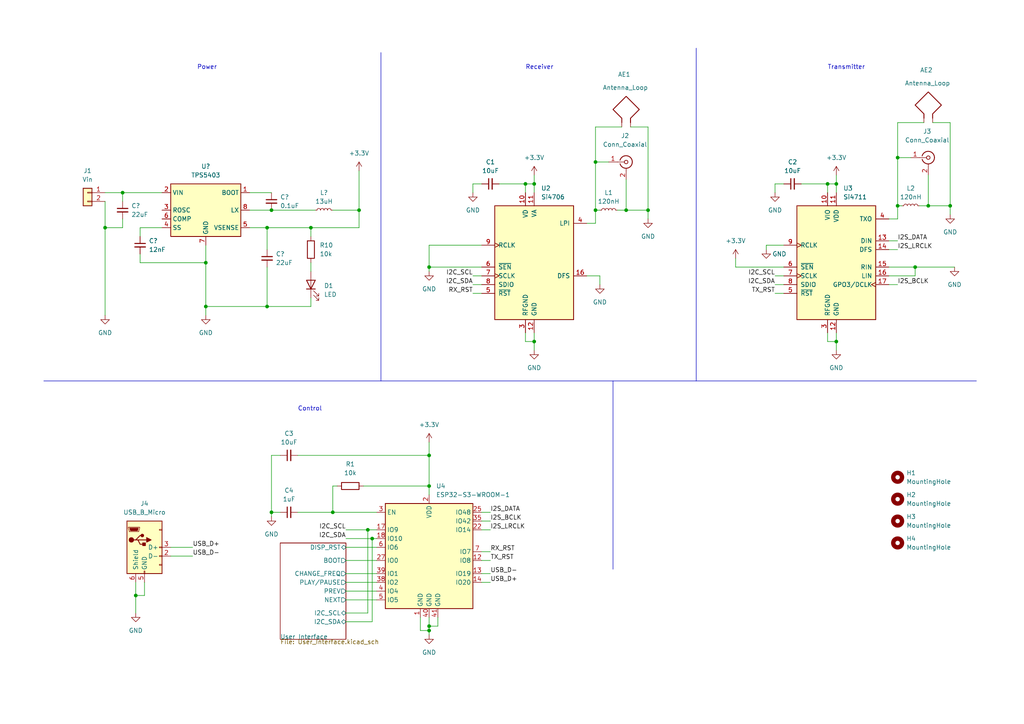
<source format=kicad_sch>
(kicad_sch (version 20230121) (generator eeschema)
  (paper "A4")
  (title_block (title "Phone Audio FM Transmitter") (date "2023-03-04") (rev "2") (company "Team 18"))
  (lib_symbols
    (symbol "Connector:Conn_Coaxial" (pin_names (offset 1.016) hide)
      (property "Reference" "J" (at 0.254 3.048 0))
      (property "Value" "Conn_Coaxial" (at 2.921 0 90))
      (symbol "Conn_Coaxial_0_1"
        (arc (start -1.778 -0.508) (mid 0.2311 -1.8066) (end 1.778 0) (stroke (width 0.254)))
        (polyline (pts (xy -2.54 0) (xy -0.508 0)))
        (polyline (pts (xy 0 -2.54) (xy 0 -1.778)))
        (circle (center 0 0) (radius 0.508) (stroke (width 0.2032)))
        (arc (start 1.778 0) (mid 0.2099 1.8101) (end -1.778 0.508) (stroke (width 0.254)))
      )
      (symbol "Conn_Coaxial_1_1"
        (pin passive line (at -5.08 0 0) (length 2.54) (name "In") (number "1"))
        (pin passive line (at 0 -5.08 90) (length 2.54) (name "Ext") (number "2"))
      )
    )
    (symbol "Connector:USB_B_Micro" (pin_names (offset 1.016))
      (property "Reference" "J4" (at 0 12.7 0))
      (property "Value" "USB_B_Micro" (at 0 10.16 0))
      (symbol "USB_B_Micro_0_1"
        (rectangle (start -5.08 -7.62) (end 5.08 7.62) (stroke (width 0.254)) (fill (type background)))
        (circle (center -3.81 2.159) (radius 0.635) (stroke (width 0.254)) (fill (type outline)))
        (circle (center -0.635 3.429) (radius 0.381) (stroke (width 0.254)) (fill (type outline)))
        (rectangle (start -0.127 -7.62) (end 0.127 -6.858))
        (polyline (pts (xy -1.905 2.159) (xy 0.635 2.159)) (stroke (width 0.254)))
        (polyline (pts (xy -3.175 2.159) (xy -2.54 2.159) (xy -1.27 3.429) (xy -0.635 3.429)) (stroke (width 0.254)))
        (polyline (pts (xy -2.54 2.159) (xy -1.905 2.159) (xy -1.27 0.889) (xy 0 0.889)) (stroke (width 0.254)))
        (polyline (pts (xy 0.635 2.794) (xy 0.635 1.524) (xy 1.905 2.159) (xy 0.635 2.794)) (stroke (width 0.254)) (fill (type outline)))
        (polyline (pts (xy -4.318 5.588) (xy -1.778 5.588) (xy -2.032 4.826) (xy -4.064 4.826) (xy -4.318 5.588)) (fill (type outline)))
        (polyline (pts (xy -4.699 5.842) (xy -4.699 5.588) (xy -4.445 4.826) (xy -4.445 4.572) (xy -1.651 4.572) (xy -1.651 4.826) (xy -1.397 5.588) (xy -1.397 5.842) (xy -4.699 5.842)))
        (rectangle (start 0.254 1.27) (end -0.508 0.508) (stroke (width 0.254)) (fill (type outline)))
        (rectangle (start 5.08 -5.207) (end 4.318 -4.953))
        (rectangle (start 5.08 -2.667) (end 4.318 -2.413))
        (rectangle (start 5.08 -0.127) (end 4.318 0.127))
        (rectangle (start 5.08 4.953) (end 4.318 5.207))
      )
      (symbol "USB_B_Micro_1_1"
        (pin no_connect line (at 7.62 5.08 180) (length 2.54) hide (name "VBUS") (number "1"))
        (pin bidirectional line (at 7.62 -2.54 180) (length 2.54) (name "D-") (number "2"))
        (pin bidirectional line (at 7.62 0 180) (length 2.54) (name "D+") (number "3"))
        (pin no_connect line (at 7.62 -5.08 180) (length 2.54) hide (name "ID") (number "4"))
        (pin power_out line (at 0 -10.16 90) (length 2.54) (name "GND") (number "5"))
        (pin passive line (at -2.54 -10.16 90) (length 2.54) (name "Shield") (number "6"))
      )
    )
    (symbol "Connector_Generic:Conn_01x02" (pin_names (offset 1.016) hide)
      (property "Reference" "J1" (at 0 6.35 0))
      (property "Value" "Vin" (at 0 3.81 0))
      (symbol "Conn_01x02_1_1"
        (rectangle (start -1.27 -2.413) (end 0 -2.667) (stroke (width 0.1524)))
        (rectangle (start -1.27 0.127) (end 0 -0.127) (stroke (width 0.1524)))
        (rectangle (start -1.27 1.27) (end 1.27 -3.81) (stroke (width 0.254)) (fill (type background)))
        (pin power_out line (at -5.08 0 0) (length 3.81) (name "Pin_1") (number "1"))
        (pin passive line (at -5.08 -2.54 0) (length 3.81) (name "Pin_2") (number "2"))
      )
    )
    (symbol "Device:Antenna_Loop" (pin_numbers hide) (pin_names (offset 1.016) hide)
      (property "Reference" "AE" (at 1.27 6.35 0))
      (property "Value" "Antenna_Loop" (at 1.27 5.08 0))
      (symbol "Antenna_Loop_0_1"
        (polyline (pts (xy 2.54 -3.81) (xy 2.54 -2.54) (xy 5.08 0) (xy 1.27 3.81) (xy -2.54 0) (xy 0 -2.54) (xy 0 -3.81)) (stroke (width 0.254)))
      )
      (symbol "Antenna_Loop_1_1"
        (pin input line (at 0 -5.08 90) (length 2.54) (name "~") (number "1"))
        (pin input line (at 2.54 -5.08 90) (length 2.54) (name "~") (number "2"))
      )
    )
    (symbol "Device:C_Small" (pin_numbers hide) (pin_names (offset 0.254) hide)
      (property "Reference" "C" (at 0.254 1.778 0))
      (property "Value" "C_Small" (at 0.254 -2.032 0))
      (symbol "C_Small_0_1"
        (polyline (pts (xy -1.524 -0.508) (xy 1.524 -0.508)) (stroke (width 0.3302)))
        (polyline (pts (xy -1.524 0.508) (xy 1.524 0.508)) (stroke (width 0.3048)))
      )
      (symbol "C_Small_1_1"
        (pin passive line (at 0 2.54 270) (length 2.032) (name "~") (number "1"))
        (pin passive line (at 0 -2.54 90) (length 2.032) (name "~") (number "2"))
      )
    )
    (symbol "Device:LED" (pin_numbers hide) (pin_names (offset 1.016) hide)
      (property "Reference" "D" (at 0 2.54 0))
      (property "Value" "LED" (at 0 -2.54 0))
      (symbol "LED_0_1"
        (polyline (pts (xy -1.27 -1.27) (xy -1.27 1.27)) (stroke (width 0.254)))
        (polyline (pts (xy -1.27 0) (xy 1.27 0)))
        (polyline (pts (xy 1.27 -1.27) (xy 1.27 1.27) (xy -1.27 0) (xy 1.27 -1.27)) (stroke (width 0.254)))
        (polyline (pts (xy -3.048 -0.762) (xy -4.572 -2.286) (xy -3.81 -2.286) (xy -4.572 -2.286) (xy -4.572 -1.524)))
        (polyline (pts (xy -1.778 -0.762) (xy -3.302 -2.286) (xy -2.54 -2.286) (xy -3.302 -2.286) (xy -3.302 -1.524)))
      )
      (symbol "LED_1_1"
        (pin passive line (at -3.81 0 0) (length 2.54) (name "K") (number "1"))
        (pin passive line (at 3.81 0 180) (length 2.54) (name "A") (number "2"))
      )
    )
    (symbol "Device:L_Small" (pin_numbers hide) (pin_names (offset 0.254) hide)
      (property "Reference" "L" (at 0.762 1.016 0))
      (property "Value" "L_Small" (at 0.762 -1.016 0))
      (symbol "L_Small_0_1"
        (arc (start 0 -2.032) (mid 0.5058 -1.524) (end 0 -1.016))
        (arc (start 0 -1.016) (mid 0.5058 -0.508) (end 0 0))
        (arc (start 0 0) (mid 0.5058 0.508) (end 0 1.016))
        (arc (start 0 1.016) (mid 0.5058 1.524) (end 0 2.032))
      )
      (symbol "L_Small_1_1"
        (pin passive line (at 0 2.54 270) (length 0.508) (name "~") (number "1"))
        (pin passive line (at 0 -2.54 90) (length 0.508) (name "~") (number "2"))
      )
    )
    (symbol "Device:R" (pin_numbers hide) (pin_names (offset 0))
      (property "Reference" "R" (at 2.032 0 90))
      (property "Value" "R" (at 0 0 90))
      (symbol "R_0_1"
        (rectangle (start -1.016 -2.54) (end 1.016 2.54) (stroke (width 0.254)))
      )
      (symbol "R_1_1"
        (pin passive line (at 0 3.81 270) (length 1.27) (name "~") (number "1"))
        (pin passive line (at 0 -3.81 90) (length 1.27) (name "~") (number "2"))
      )
    )
    (symbol "Mechanical:MountingHole" (pin_names (offset 1.016))
      (property "Reference" "H" (at 0 5.08 0))
      (property "Value" "MountingHole" (at 0 3.175 0))
      (symbol "MountingHole_0_1"
        (circle (center 0 0) (radius 1.27) (stroke (width 1.27)))
      )
    )
    (symbol "RF_AM_FM:Si4731-D60-GU" (pin_names (offset 1.016))
      (property "Reference" "U2" (at 2.0194 21.59 0))
      (property "Value" "Si4706" (at 2.0194 19.05 0))
      (symbol "Si4731-D60-GU_0_1"
        (rectangle (start 11.43 16.51) (end -11.43 -16.51) (stroke (width 0.254)) (fill (type background)))
      )
      (symbol "Si4731-D60-GU_1_1"
        (pin no_connect line (at 15.24 5.08 180) (length 3.81) hide (name "NC") (number "1"))
        (pin power_in line (at -2.54 20.32 270) (length 3.81) (name "VD") (number "10"))
        (pin power_in line (at 0 20.32 270) (length 3.81) (name "VA") (number "11"))
        (pin power_in line (at 0 -20.32 90) (length 3.81) (name "GND") (number "12"))
        (pin no_connect line (at 15.24 12.7 180) (length 3.81) hide (name "ROUT") (number "13"))
        (pin no_connect line (at 15.24 10.16 180) (length 3.81) hide (name "LOUT") (number "14"))
        (pin no_connect line (at 15.24 -1.27 180) (length 3.81) hide (name "DOUT") (number "15"))
        (pin input line (at 15.24 -3.81 180) (length 3.81) (name "DFS") (number "16"))
        (pin no_connect clock (at 15.24 -6.35 180) (length 3.81) hide (name "GPO3/DCLK") (number "17"))
        (pin no_connect line (at 15.24 -8.89 180) (length 3.81) hide (name "GPO2/~{INT}") (number "18"))
        (pin no_connect clock (at 15.24 -11.43 180) (length 3.81) hide (name "GPO1") (number "19"))
        (pin no_connect line (at -15.24 12.7 0) (length 3.81) hide (name "FMI") (number "2"))
        (pin no_connect line (at 15.24 2.54 180) (length 3.81) hide (name "NC") (number "20"))
        (pin power_in line (at -2.54 -20.32 90) (length 3.81) (name "RFGND") (number "3"))
        (pin input line (at 15.24 11.43 180) (length 3.81) (name "LPI") (number "4"))
        (pin input line (at -15.24 -8.89 0) (length 3.81) (name "~{RST}") (number "5"))
        (pin input line (at -15.24 -1.27 0) (length 3.81) (name "~{SEN}") (number "6"))
        (pin input clock (at -15.24 -3.81 0) (length 3.81) (name "SCLK") (number "7"))
        (pin bidirectional line (at -15.24 -6.35 0) (length 3.81) (name "SDIO") (number "8"))
        (pin input clock (at -15.24 5.08 0) (length 3.81) (name "RCLK") (number "9"))
      )
    )
    (symbol "RF_Module:ESP32-WROOM-32"
      (property "Reference" "U4" (at 2.0194 38.1 0))
      (property "Value" "ESP32-S3-WROOM-1" (at 2.0194 35.56 0))
      (symbol "ESP32-WROOM-32_0_1"
        (rectangle (start -12.7 33.02) (end 12.7 2.54) (stroke (width 0.254)) (fill (type background)))
      )
      (symbol "ESP32-WROOM-32_1_1"
        (pin power_in line (at -2.54 0 90) (length 2.54) (name "GND") (number "1"))
        (pin no_connect line (at 38.1 1.27 180) (length 2.54) hide (name "IO17") (number "10"))
        (pin no_connect line (at 38.1 -1.27 180) (length 2.54) hide (name "IO18") (number "11"))
        (pin bidirectional line (at 15.24 16.51 180) (length 2.54) (name "IO8") (number "12"))
        (pin bidirectional line (at 15.24 12.7 180) (length 2.54) (name "IO19") (number "13"))
        (pin bidirectional line (at 15.24 10.16 180) (length 2.54) (name "IO20") (number "14"))
        (pin no_connect line (at 38.1 -13.97 180) (length 2.54) hide (name "IO3") (number "15"))
        (pin no_connect line (at 38.1 -3.81 180) (length 2.54) hide (name "IO46") (number "16"))
        (pin bidirectional line (at -15.24 25.4 0) (length 2.54) (name "IO9") (number "17"))
        (pin bidirectional line (at -15.24 22.86 0) (length 2.54) (name "IO10") (number "18"))
        (pin no_connect line (at -33.02 -15.24 0) (length 2.54) hide (name "IO11") (number "19"))
        (pin power_in line (at 0 35.56 270) (length 2.54) (name "VDD") (number "2"))
        (pin no_connect line (at -33.02 -12.7 0) (length 2.54) hide (name "IO12") (number "20"))
        (pin no_connect line (at -33.02 -10.16 0) (length 2.54) hide (name "IO13") (number "21"))
        (pin bidirectional line (at 15.24 25.4 180) (length 2.54) (name "IO14") (number "22"))
        (pin no_connect line (at 38.1 -6.35 180) (length 2.54) hide (name "IO21") (number "23"))
        (pin no_connect line (at 38.1 26.67 180) (length 2.54) hide (name "IO47") (number "24"))
        (pin bidirectional line (at 15.24 30.48 180) (length 2.54) (name "IO48") (number "25"))
        (pin no_connect line (at 38.1 21.59 180) (length 2.54) hide (name "IO45") (number "26"))
        (pin bidirectional line (at -15.24 16.51 0) (length 2.54) (name "IO0") (number "27"))
        (pin no_connect line (at 38.1 16.51 180) (length 2.54) hide (name "IO35") (number "28"))
        (pin no_connect line (at 38.1 19.05 180) (length 2.54) hide (name "IO36") (number "29"))
        (pin input line (at -15.24 30.48 0) (length 2.54) (name "EN") (number "3"))
        (pin no_connect line (at 38.1 13.97 180) (length 2.54) hide (name "IO37") (number "30"))
        (pin no_connect line (at 38.1 11.43 180) (length 2.54) hide (name "IO38") (number "31"))
        (pin no_connect line (at -33.02 -17.78 0) (length 2.54) hide (name "IO39") (number "32"))
        (pin no_connect line (at 38.1 8.89 180) (length 2.54) hide (name "IO40") (number "33"))
        (pin no_connect line (at 38.1 24.13 180) (length 2.54) hide (name "IO41") (number "34"))
        (pin bidirectional line (at 15.24 27.94 180) (length 2.54) (name "IO42") (number "35"))
        (pin no_connect line (at 38.1 6.35 180) (length 2.54) hide (name "RXD0") (number "36"))
        (pin no_connect line (at 38.1 3.81 180) (length 2.54) hide (name "TXD0") (number "37"))
        (pin bidirectional line (at -15.24 10.16 0) (length 2.54) (name "IO2") (number "38"))
        (pin bidirectional line (at -15.24 12.7 0) (length 2.54) (name "IO1") (number "39"))
        (pin bidirectional line (at -15.24 7.62 0) (length 2.54) (name "IO4") (number "4"))
        (pin power_in line (at 0 0 90) (length 2.54) (name "GND") (number "40"))
        (pin power_in line (at 2.54 0 90) (length 2.54) (name "GND") (number "41"))
        (pin bidirectional line (at -15.24 5.08 0) (length 2.54) (name "IO5") (number "5"))
        (pin bidirectional line (at -15.24 20.32 0) (length 2.54) (name "IO6") (number "6"))
        (pin bidirectional line (at 15.24 19.05 180) (length 2.54) (name "IO7") (number "7"))
        (pin no_connect line (at 38.1 -8.89 180) (length 2.54) hide (name "IO15") (number "8"))
        (pin no_connect line (at 38.1 -11.43 180) (length 2.54) hide (name "IO16") (number "9"))
      )
    )
    (symbol "Regulator_Switching:TPS5403"
      (property "Reference" "U" (at 0 11.43 0))
      (property "Value" "TPS5403" (at 0 8.89 0))
      (symbol "TPS5403_1_1"
        (rectangle (start -10.16 7.62) (end 10.16 -7.62) (stroke (width 0.254)) (fill (type background)))
        (pin passive line (at 12.7 5.08 180) (length 2.54) (name "BOOT") (number "1"))
        (pin power_in line (at -12.7 5.08 0) (length 2.54) (name "VIN") (number "2"))
        (pin passive line (at -12.7 0 0) (length 2.54) (name "ROSC") (number "3"))
        (pin passive line (at -12.7 -5.08 0) (length 2.54) (name "SS") (number "4"))
        (pin input line (at 12.7 -5.08 180) (length 2.54) (name "VSENSE") (number "5"))
        (pin passive line (at -12.7 -2.54 0) (length 2.54) (name "COMP") (number "6"))
        (pin power_in line (at 0 -10.16 90) (length 2.54) (name "GND") (number "7"))
        (pin output line (at 12.7 0 180) (length 2.54) (name "LX") (number "8"))
      )
    )
    (symbol "Si4731-D60-GU_1" (pin_names (offset 1.016))
      (property "Reference" "U3" (at 2.0194 21.59 0))
      (property "Value" "Si4711" (at 2.0194 19.05 0))
      (symbol "Si4731-D60-GU_1_0_1"
        (rectangle (start 11.43 16.51) (end -11.43 -16.51) (stroke (width 0.254)) (fill (type background)))
      )
      (symbol "Si4731-D60-GU_1_1_1"
        (pin no_connect line (at 15.24 5.08 180) (length 3.81) hide (name "NC") (number "1"))
        (pin power_in line (at -2.54 20.32 270) (length 3.81) (name "VIO") (number "10"))
        (pin power_in line (at 0 20.32 270) (length 3.81) (name "VDD") (number "11"))
        (pin power_in line (at 0 -20.32 90) (length 3.81) (name "GND") (number "12"))
        (pin input line (at 15.24 6.35 180) (length 3.81) (name "DIN") (number "13"))
        (pin input line (at 15.24 3.81 180) (length 3.81) (name "DFS") (number "14"))
        (pin input line (at 15.24 -1.27 180) (length 3.81) (name "RIN") (number "15"))
        (pin input line (at 15.24 -3.81 180) (length 3.81) (name "LIN") (number "16"))
        (pin bidirectional clock (at 15.24 -6.35 180) (length 3.81) (name "GPO3/DCLK") (number "17"))
        (pin no_connect line (at 15.24 -8.89 180) (length 3.81) hide (name "GPO2/~{INT}") (number "18"))
        (pin no_connect clock (at 15.24 -11.43 180) (length 3.81) hide (name "GPO1") (number "19"))
        (pin no_connect line (at -15.24 12.7 0) (length 3.81) hide (name "NC") (number "2"))
        (pin no_connect line (at 15.24 2.54 180) (length 3.81) hide (name "NC") (number "20"))
        (pin power_in line (at -2.54 -20.32 90) (length 3.81) (name "RFGND") (number "3"))
        (pin output line (at 15.24 12.7 180) (length 3.81) (name "TXO") (number "4"))
        (pin input line (at -15.24 -8.89 0) (length 3.81) (name "~{RST}") (number "5"))
        (pin input line (at -15.24 -1.27 0) (length 3.81) (name "~{SEN}") (number "6"))
        (pin input clock (at -15.24 -3.81 0) (length 3.81) (name "SCLK") (number "7"))
        (pin bidirectional line (at -15.24 -6.35 0) (length 3.81) (name "SDIO") (number "8"))
        (pin input clock (at -15.24 5.08 0) (length 3.81) (name "RCLK") (number "9"))
      )
    )
    (symbol "power:+3.3V" (power) (pin_names (offset 0))
      (property "Value" "+3.3V" (at 0 3.556 0))
      (symbol "+3.3V_0_1"
        (polyline (pts (xy -0.762 1.27) (xy 0 2.54)))
        (polyline (pts (xy 0 0) (xy 0 2.54)))
        (polyline (pts (xy 0 2.54) (xy 0.762 1.27)))
      )
      (symbol "+3.3V_1_1"
        (pin power_in line (at 0 0 90) (length 0) hide (name "+3.3V") (number "1"))
      )
    )
    (symbol "power:GND" (power) (pin_names (offset 0))
      (property "Value" "GND" (at 0 -3.81 0))
      (symbol "GND_0_1"
        (polyline (pts (xy 0 0) (xy 0 -1.27) (xy 1.27 -1.27) (xy 0 -2.54) (xy -1.27 -1.27) (xy 0 -1.27)))
      )
      (symbol "GND_1_1"
        (pin power_in line (at 0 0 270) (length 0) hide (name "GND") (number "1"))
      )
    )
  )
  (junction (at 77.47 88.9))
  (junction (at 240.03 53.34))
  (junction (at 154.94 99.06))
  (junction (at 154.94 53.34))
  (junction (at 181.61 60.96))
  (junction (at 152.4 53.34))
  (junction (at 59.69 88.9))
  (junction (at 124.46 77.47))
  (junction (at 78.74 60.96))
  (junction (at 265.43 77.47))
  (junction (at 124.46 132.08))
  (junction (at 172.72 46.99))
  (junction (at 242.57 53.34))
  (junction (at 39.37 172.72))
  (junction (at 275.59 59.69))
  (junction (at 124.46 182.88))
  (junction (at 107.95 156.21))
  (junction (at 172.72 60.96))
  (junction (at 187.96 60.96))
  (junction (at 35.56 55.88))
  (junction (at 96.52 148.59))
  (junction (at 77.47 66.04))
  (junction (at 30.48 66.04))
  (junction (at 90.17 66.04))
  (junction (at 260.35 45.72))
  (junction (at 106.68 153.67))
  (junction (at 242.57 99.06))
  (junction (at 124.46 140.97))
  (junction (at 124.46 181.61))
  (junction (at 260.35 59.69))
  (junction (at 269.24 59.69))
  (junction (at 78.74 148.59))
  (junction (at 59.69 76.2))
  (junction (at 104.14 60.96))
  (wire (pts (xy 270.51 35.56) (xy 275.59 35.56)))
  (wire (pts (xy 154.94 50.8) (xy 154.94 53.34)))
  (wire (pts (xy 137.16 53.34) (xy 139.7 53.34)))
  (wire (pts (xy 127 181.61) (xy 124.46 181.61)))
  (wire (pts (xy 240.03 96.52) (xy 240.03 99.06)))
  (wire (pts (xy 59.69 88.9) (xy 59.69 91.44)))
  (wire (pts (xy 260.35 59.69) (xy 260.35 63.5)))
  (wire (pts (xy 40.64 66.04) (xy 40.64 68.58)))
  (wire (pts (xy 41.91 168.91) (xy 41.91 172.72)))
  (wire (pts (xy 275.59 59.69) (xy 275.59 62.23)))
  (polyline (pts (xy 12.7 110.49) (xy 283.21 110.49)))
  (wire (pts (xy 179.07 60.96) (xy 181.61 60.96)))
  (wire (pts (xy 139.7 160.02) (xy 142.24 160.02)))
  (wire (pts (xy 180.34 36.83) (xy 172.72 36.83)))
  (wire (pts (xy 106.68 153.67) (xy 109.22 153.67)))
  (wire (pts (xy 41.91 172.72) (xy 39.37 172.72)))
  (wire (pts (xy 257.81 69.85) (xy 260.35 69.85)))
  (wire (pts (xy 257.81 77.47) (xy 265.43 77.47)))
  (wire (pts (xy 124.46 140.97) (xy 124.46 143.51)))
  (wire (pts (xy 100.33 166.37) (xy 109.22 166.37)))
  (wire (pts (xy 78.74 132.08) (xy 78.74 148.59)))
  (wire (pts (xy 100.33 171.45) (xy 109.22 171.45)))
  (wire (pts (xy 124.46 78.74) (xy 124.46 77.47)))
  (wire (pts (xy 124.46 182.88) (xy 124.46 184.15)))
  (wire (pts (xy 35.56 66.04) (xy 30.48 66.04)))
  (wire (pts (xy 90.17 66.04) (xy 90.17 68.58)))
  (wire (pts (xy 181.61 60.96) (xy 187.96 60.96)))
  (wire (pts (xy 124.46 181.61) (xy 124.46 182.88)))
  (wire (pts (xy 77.47 66.04) (xy 90.17 66.04)))
  (wire (pts (xy 176.53 46.99) (xy 172.72 46.99)))
  (wire (pts (xy 242.57 96.52) (xy 242.57 99.06)))
  (wire (pts (xy 222.25 71.12) (xy 222.25 72.39)))
  (wire (pts (xy 275.59 35.56) (xy 275.59 59.69)))
  (wire (pts (xy 172.72 36.83) (xy 172.72 46.99)))
  (wire (pts (xy 227.33 71.12) (xy 222.25 71.12)))
  (wire (pts (xy 266.7 59.69) (xy 269.24 59.69)))
  (wire (pts (xy 139.7 162.56) (xy 142.24 162.56)))
  (wire (pts (xy 213.36 74.93) (xy 213.36 77.47)))
  (wire (pts (xy 124.46 179.07) (xy 124.46 181.61)))
  (polyline (pts (xy 110.49 15.24) (xy 110.49 110.49)))
  (wire (pts (xy 264.16 45.72) (xy 260.35 45.72)))
  (wire (pts (xy 257.81 80.01) (xy 265.43 80.01)))
  (wire (pts (xy 78.74 132.08) (xy 81.28 132.08)))
  (wire (pts (xy 59.69 76.2) (xy 59.69 88.9)))
  (wire (pts (xy 257.81 63.5) (xy 260.35 63.5)))
  (wire (pts (xy 40.64 76.2) (xy 59.69 76.2)))
  (wire (pts (xy 224.79 85.09) (xy 227.33 85.09)))
  (wire (pts (xy 40.64 73.66) (xy 40.64 76.2)))
  (wire (pts (xy 224.79 82.55) (xy 227.33 82.55)))
  (wire (pts (xy 104.14 49.53) (xy 104.14 60.96)))
  (wire (pts (xy 260.35 35.56) (xy 260.35 45.72)))
  (wire (pts (xy 172.72 60.96) (xy 172.72 64.77)))
  (wire (pts (xy 100.33 153.67) (xy 106.68 153.67)))
  (wire (pts (xy 78.74 60.96) (xy 91.44 60.96)))
  (wire (pts (xy 106.68 177.8) (xy 106.68 153.67)))
  (wire (pts (xy 139.7 153.67) (xy 142.24 153.67)))
  (wire (pts (xy 232.41 53.34) (xy 240.03 53.34)))
  (wire (pts (xy 86.36 148.59) (xy 96.52 148.59)))
  (wire (pts (xy 224.79 80.01) (xy 227.33 80.01)))
  (wire (pts (xy 100.33 162.56) (xy 109.22 162.56)))
  (wire (pts (xy 144.78 53.34) (xy 152.4 53.34)))
  (wire (pts (xy 35.56 55.88) (xy 35.56 58.42)))
  (wire (pts (xy 265.43 77.47) (xy 276.86 77.47)))
  (wire (pts (xy 100.33 177.8) (xy 106.68 177.8)))
  (wire (pts (xy 72.39 60.96) (xy 78.74 60.96)))
  (wire (pts (xy 35.56 63.5) (xy 35.56 66.04)))
  (wire (pts (xy 59.69 88.9) (xy 77.47 88.9)))
  (wire (pts (xy 265.43 80.01) (xy 265.43 77.47)))
  (wire (pts (xy 96.52 148.59) (xy 109.22 148.59)))
  (wire (pts (xy 137.16 82.55) (xy 139.7 82.55)))
  (wire (pts (xy 124.46 132.08) (xy 124.46 140.97)))
  (wire (pts (xy 137.16 80.01) (xy 139.7 80.01)))
  (wire (pts (xy 72.39 66.04) (xy 77.47 66.04)))
  (wire (pts (xy 100.33 180.34) (xy 107.95 180.34)))
  (wire (pts (xy 121.92 182.88) (xy 124.46 182.88)))
  (wire (pts (xy 170.18 80.01) (xy 173.99 80.01)))
  (wire (pts (xy 154.94 99.06) (xy 154.94 101.6)))
  (wire (pts (xy 152.4 55.88) (xy 152.4 53.34)))
  (wire (pts (xy 213.36 77.47) (xy 227.33 77.47)))
  (wire (pts (xy 137.16 85.09) (xy 139.7 85.09)))
  (wire (pts (xy 269.24 59.69) (xy 275.59 59.69)))
  (wire (pts (xy 30.48 55.88) (xy 35.56 55.88)))
  (wire (pts (xy 107.95 156.21) (xy 109.22 156.21)))
  (wire (pts (xy 72.39 55.88) (xy 78.74 55.88)))
  (wire (pts (xy 100.33 156.21) (xy 107.95 156.21)))
  (wire (pts (xy 182.88 36.83) (xy 187.96 36.83)))
  (wire (pts (xy 172.72 46.99) (xy 172.72 60.96)))
  (wire (pts (xy 124.46 71.12) (xy 124.46 77.47)))
  (wire (pts (xy 100.33 173.99) (xy 109.22 173.99)))
  (wire (pts (xy 257.81 72.39) (xy 260.35 72.39)))
  (wire (pts (xy 260.35 45.72) (xy 260.35 59.69)))
  (wire (pts (xy 173.99 60.96) (xy 172.72 60.96)))
  (wire (pts (xy 104.14 60.96) (xy 104.14 66.04)))
  (wire (pts (xy 152.4 53.34) (xy 154.94 53.34)))
  (wire (pts (xy 152.4 99.06) (xy 154.94 99.06)))
  (wire (pts (xy 139.7 71.12) (xy 124.46 71.12)))
  (wire (pts (xy 139.7 148.59) (xy 142.24 148.59)))
  (wire (pts (xy 261.62 59.69) (xy 260.35 59.69)))
  (wire (pts (xy 242.57 50.8) (xy 242.57 53.34)))
  (wire (pts (xy 90.17 76.2) (xy 90.17 78.74)))
  (wire (pts (xy 39.37 168.91) (xy 39.37 172.72)))
  (wire (pts (xy 107.95 180.34) (xy 107.95 156.21)))
  (wire (pts (xy 240.03 53.34) (xy 242.57 53.34)))
  (wire (pts (xy 224.79 55.88) (xy 224.79 53.34)))
  (wire (pts (xy 152.4 96.52) (xy 152.4 99.06)))
  (wire (pts (xy 127 179.07) (xy 127 181.61)))
  (wire (pts (xy 39.37 172.72) (xy 39.37 177.8)))
  (wire (pts (xy 100.33 168.91) (xy 109.22 168.91)))
  (wire (pts (xy 105.41 140.97) (xy 124.46 140.97)))
  (wire (pts (xy 173.99 80.01) (xy 173.99 82.55)))
  (wire (pts (xy 139.7 151.13) (xy 142.24 151.13)))
  (wire (pts (xy 121.92 179.07) (xy 121.92 182.88)))
  (wire (pts (xy 90.17 66.04) (xy 104.14 66.04)))
  (wire (pts (xy 49.53 161.29) (xy 55.88 161.29)))
  (wire (pts (xy 137.16 55.88) (xy 137.16 53.34)))
  (wire (pts (xy 96.52 140.97) (xy 97.79 140.97)))
  (wire (pts (xy 124.46 77.47) (xy 139.7 77.47)))
  (wire (pts (xy 170.18 64.77) (xy 172.72 64.77)))
  (wire (pts (xy 269.24 50.8) (xy 269.24 59.69)))
  (wire (pts (xy 181.61 52.07) (xy 181.61 60.96)))
  (wire (pts (xy 267.97 35.56) (xy 260.35 35.56)))
  (wire (pts (xy 96.52 148.59) (xy 96.52 140.97)))
  (wire (pts (xy 49.53 158.75) (xy 55.88 158.75)))
  (wire (pts (xy 187.96 36.83) (xy 187.96 60.96)))
  (wire (pts (xy 124.46 128.27) (xy 124.46 132.08)))
  (wire (pts (xy 30.48 58.42) (xy 30.48 66.04)))
  (wire (pts (xy 77.47 66.04) (xy 77.47 72.39)))
  (wire (pts (xy 96.52 60.96) (xy 104.14 60.96)))
  (wire (pts (xy 154.94 96.52) (xy 154.94 99.06)))
  (wire (pts (xy 187.96 60.96) (xy 187.96 63.5)))
  (wire (pts (xy 240.03 99.06) (xy 242.57 99.06)))
  (polyline (pts (xy 177.8 110.49) (xy 177.8 165.1)))
  (wire (pts (xy 242.57 53.34) (xy 242.57 55.88)))
  (wire (pts (xy 224.79 53.34) (xy 227.33 53.34)))
  (wire (pts (xy 77.47 88.9) (xy 90.17 88.9)))
  (wire (pts (xy 78.74 149.86) (xy 78.74 148.59)))
  (wire (pts (xy 139.7 168.91) (xy 142.24 168.91)))
  (wire (pts (xy 77.47 77.47) (xy 77.47 88.9)))
  (wire (pts (xy 139.7 166.37) (xy 142.24 166.37)))
  (wire (pts (xy 35.56 55.88) (xy 46.99 55.88)))
  (wire (pts (xy 100.33 158.75) (xy 109.22 158.75)))
  (wire (pts (xy 242.57 99.06) (xy 242.57 101.6)))
  (wire (pts (xy 78.74 148.59) (xy 81.28 148.59)))
  (wire (pts (xy 154.94 53.34) (xy 154.94 55.88)))
  (wire (pts (xy 46.99 66.04) (xy 40.64 66.04)))
  (wire (pts (xy 90.17 86.36) (xy 90.17 88.9)))
  (wire (pts (xy 240.03 55.88) (xy 240.03 53.34)))
  (wire (pts (xy 59.69 71.12) (xy 59.69 76.2)))
  (polyline (pts (xy 201.93 13.97) (xy 201.93 110.49)))
  (wire (pts (xy 257.81 82.55) (xy 260.35 82.55)))
  (wire (pts (xy 86.36 132.08) (xy 124.46 132.08)))
  (wire (pts (xy 30.48 66.04) (xy 30.48 91.44)))
  (text "Control" (at 86.36 119.38 0) (effects (font (size 1.27 1.27)) (justify left bottom)))
  (text "Transmitter" (at 240.03 20.32 0) (effects (font (size 1.27 1.27)) (justify left bottom)))
  (text "Power" (at 57.15 20.32 0) (effects (font (size 1.27 1.27)) (justify left bottom)))
  (text "Receiver" (at 152.4 20.32 0) (effects (font (size 1.27 1.27)) (justify left bottom)))
  (label "USB_D-" (at 55.88 161.29 0))
  (label "I2C_SDA" (at 100.33 156.21 180))
  (label "I2S_BCLK" (at 260.35 82.55 0))
  (label "I2S_LRCLK" (at 142.24 153.67 0))
  (label "I2C_SCL" (at 224.79 80.01 180))
  (label "TX_RST" (at 142.24 162.56 0))
  (label "RX_RST" (at 137.16 85.09 180))
  (label "I2C_SDA" (at 224.79 82.55 180))
  (label "I2S_DATA" (at 260.35 69.85 0))
  (label "I2S_BCLK" (at 142.24 151.13 0))
  (label "TX_RST" (at 224.79 85.09 180))
  (label "I2S_DATA" (at 142.24 148.59 0))
  (label "I2C_SDA" (at 137.16 82.55 180))
  (label "I2C_SCL" (at 137.16 80.01 180))
  (label "RX_RST" (at 142.24 160.02 0))
  (label "I2S_LRCLK" (at 260.35 72.39 0))
  (label "USB_D-" (at 142.24 166.37 0))
  (label "I2C_SCL" (at 100.33 153.67 180))
  (label "USB_D+" (at 55.88 158.75 0))
  (label "USB_D+" (at 142.24 168.91 0))
  (symbol (lib_id "Regulator_Switching:TPS5403") (at 59.69 60.96 0) (unit 1)
    (property "Reference" "U?" (at 59.69 48.26 0))
    (property "Value" "TPS5403" (at 59.69 50.8 0))
    (property "Footprint" "Package_SO:SOIC-8_3.9x4.9mm_P1.27mm" (effects hide))
    (property "Datasheet" "https://www.ti.com/lit/ds/symlink/tps5403.pdf" (effects hide))
  )
  (symbol (lib_id "Device:LED") (at 90.17 82.55 90) (unit 1)
    (property "Reference" "D1" (at 93.98 82.8674 90) (effects (justify right)))
    (property "Value" "LED" (at 93.98 85.4074 90) (effects (justify right)))
    (property "Footprint" "LED_SMD:LED_0805_2012Metric_Pad1.15x1.40mm_HandSolder" (effects hide))
  )
  (symbol (lib_id "Mechanical:MountingHole") (at 260.35 151.13 0) (unit 1)
    (property "Reference" "H3" (at 262.89 149.8599 0) (effects (justify left)))
    (property "Value" "MountingHole" (at 262.89 152.3999 0) (effects (justify left)))
    (property "Footprint" "MountingHole:MountingHole_3.2mm_M3" (effects hide))
  )
  (symbol (lib_id "power:GND") (at 30.48 91.44 0) (unit 1)
    (property "Reference" "#PWR0105" (effects hide))
    (property "Value" "GND" (at 30.48 96.52 0))
  )
  (symbol (lib_id "Mechanical:MountingHole") (at 260.35 144.78 0) (unit 1)
    (property "Reference" "H2" (at 262.89 143.5099 0) (effects (justify left)))
    (property "Value" "MountingHole" (at 262.89 146.0499 0) (effects (justify left)))
    (property "Footprint" "MountingHole:MountingHole_3.2mm_M3" (effects hide))
  )
  (symbol (lib_id "Device:R") (at 101.6 140.97 90) (unit 1)
    (property "Reference" "R1" (at 101.6 134.62 90))
    (property "Value" "10k" (at 101.6 137.16 90))
    (property "Footprint" "Resistor_SMD:R_0805_2012Metric_Pad1.20x1.40mm_HandSolder" (effects hide))
  )
  (symbol (lib_id "Mechanical:MountingHole") (at 260.35 138.43 0) (unit 1)
    (property "Reference" "H1" (at 262.89 137.1599 0) (effects (justify left)))
    (property "Value" "MountingHole" (at 262.89 139.6999 0) (effects (justify left)))
    (property "Footprint" "MountingHole:MountingHole_3.2mm_M3" (effects hide))
  )
  (symbol (lib_id "power:GND") (at 224.79 55.88 0) (unit 1)
    (property "Reference" "#PWR0108" (effects hide))
    (property "Value" "GND" (at 224.79 60.96 0))
  )
  (symbol (lib_id "power:GND") (at 275.59 62.23 0) (mirror y) (unit 1)
    (property "Reference" "#PWR02" (effects hide))
    (property "Value" "GND" (at 275.59 67.31 0))
  )
  (symbol (lib_id "power:+3.3V") (at 213.36 74.93 0) (unit 1)
    (property "Reference" "#PWR0111" (effects hide))
    (property "Value" "+3.3V" (at 213.36 69.85 0))
  )
  (symbol (lib_id "power:GND") (at 154.94 101.6 0) (unit 1)
    (property "Reference" "#PWR0101" (effects hide))
    (property "Value" "GND" (at 154.94 106.68 0))
  )
  (symbol (lib_id "Connector_Generic:Conn_01x02") (at 25.4 55.88 0) (mirror y) (unit 1)
    (property "Reference" "J1" (at 25.4 49.53 0))
    (property "Value" "Vin" (at 25.4 52.07 0))
    (property "Footprint" "Connector_Molex:Molex_KK-254_AE-6410-02A_1x02_P2.54mm_Vertical" (effects hide))
  )
  (symbol (lib_id "Connector:Conn_Coaxial") (at 181.61 46.99 0) (unit 1)
    (property "Reference" "J2" (at 181.2926 39.37 0))
    (property "Value" "Conn_Coaxial" (at 181.2926 41.91 0))
    (property "Footprint" "Connector_Coaxial:SMA_Amphenol_132134-10_Vertical" (effects hide))
    (property "Datasheet" " ~" (effects hide))
  )
  (symbol (lib_id "Device:L_Small") (at 93.98 60.96 90) (unit 1)
    (property "Reference" "L?" (at 93.98 55.88 90))
    (property "Value" "13uH" (at 93.98 58.42 90))
  )
  (symbol (lib_id "Device:L_Small") (at 264.16 59.69 270) (mirror x) (unit 1)
    (property "Reference" "L2" (at 264.16 54.61 90))
    (property "Value" "120nH" (at 264.16 57.15 90))
    (property "Footprint" "Inductor_SMD:L_0805_2012Metric_Pad1.15x1.40mm_HandSolder" (effects hide))
  )
  (symbol (lib_id "Device:C_Small") (at 78.74 58.42 0) (unit 1)
    (property "Reference" "C?" (at 81.28 57.1562 0) (effects (justify left)))
    (property "Value" "0.1uF" (at 81.28 59.6962 0) (effects (justify left)))
  )
  (symbol (lib_id "power:+3.3V") (at 242.57 50.8 0) (unit 1)
    (property "Reference" "#PWR0109" (effects hide))
    (property "Value" "+3.3V" (at 242.57 45.72 0))
  )
  (symbol (lib_id "Device:C_Small") (at 77.47 74.93 0) (unit 1)
    (property "Reference" "C?" (at 80.01 73.6662 0) (effects (justify left)))
    (property "Value" "22uF" (at 80.01 76.2062 0) (effects (justify left)))
  )
  (symbol (lib_name "Si4731-D60-GU_1") (lib_id "RF_AM_FM:Si4731-D60-GU") (at 242.57 76.2 0) (unit 1)
    (property "Reference" "U3" (at 244.5894 54.61 0) (effects (justify left)))
    (property "Value" "Si4711" (at 244.5894 57.15 0) (effects (justify left)))
    (property "Footprint" "Package_DFN_QFN:SiliconLabs_QFN-20-1EP_3x3mm_P0.5mm_EP1.8x1.8mm" (effects hide))
    (property "Datasheet" "http://www.silabs.com/Support%20Documents/TechnicalDocs/Si4730-31-34-35-D60.pdf" (effects hide))
  )
  (symbol (lib_id "power:GND") (at 137.16 55.88 0) (unit 1)
    (property "Reference" "#PWR0102" (effects hide))
    (property "Value" "GND" (at 137.16 60.96 0))
  )
  (symbol (lib_id "Device:R") (at 90.17 72.39 0) (unit 1)
    (property "Reference" "R10" (at 92.71 71.1199 0) (effects (justify left)))
    (property "Value" "10k" (at 92.71 73.6599 0) (effects (justify left)))
    (property "Footprint" "Resistor_SMD:R_0805_2012Metric_Pad1.20x1.40mm_HandSolder" (effects hide))
  )
  (symbol (lib_id "Connector:Conn_Coaxial") (at 269.24 45.72 0) (unit 1)
    (property "Reference" "J3" (at 268.9226 38.1 0))
    (property "Value" "Conn_Coaxial" (at 268.9226 40.64 0))
    (property "Footprint" "Connector_Coaxial:SMA_Amphenol_132134-10_Vertical" (effects hide))
    (property "Datasheet" " ~" (effects hide))
  )
  (symbol (lib_id "power:+3.3V") (at 154.94 50.8 0) (unit 1)
    (property "Reference" "#PWR0103" (effects hide))
    (property "Value" "+3.3V" (at 154.94 45.72 0))
  )
  (symbol (lib_id "Device:C_Small") (at 229.87 53.34 90) (unit 1)
    (property "Reference" "C2" (at 229.8763 46.99 90))
    (property "Value" "10uF" (at 229.8763 49.53 90))
    (property "Footprint" "Capacitor_SMD:C_0805_2012Metric_Pad1.18x1.45mm_HandSolder" (effects hide))
  )
  (symbol (lib_id "power:GND") (at 276.86 77.47 0) (unit 1)
    (property "Reference" "#PWR0118" (effects hide))
    (property "Value" "GND" (at 276.86 82.55 0))
  )
  (symbol (lib_id "power:GND") (at 78.74 149.86 0) (unit 1)
    (property "Reference" "#PWR0113" (effects hide))
    (property "Value" "GND" (at 78.74 154.94 0))
  )
  (symbol (lib_id "RF_Module:ESP32-WROOM-32") (at 124.46 179.07 0) (unit 1)
    (property "Reference" "U4" (at 126.4794 140.97 0) (effects (justify left)))
    (property "Value" "ESP32-S3-WROOM-1" (at 126.4794 143.51 0) (effects (justify left)))
    (property "Footprint" "RF_Module:ESP32-S3-WROOM-1" (effects hide))
    (property "Datasheet" "https://www.espressif.com/sites/default/files/documentation/esp32-s3-wroom-1_wroom-1u_datasheet_en.pdf" (effects hide))
  )
  (symbol (lib_id "Connector:USB_B_Micro") (at 41.91 158.75 0) (unit 1)
    (property "Reference" "J4" (at 41.91 146.05 0))
    (property "Value" "USB_B_Micro" (at 41.91 148.59 0))
    (property "Footprint" "Connector_USB:USB_Micro-B_Amphenol_10118194_Horizontal" (effects hide))
  )
  (symbol (lib_id "RF_AM_FM:Si4731-D60-GU") (at 154.94 76.2 0) (unit 1)
    (property "Reference" "U2" (at 156.9594 54.61 0) (effects (justify left)))
    (property "Value" "Si4706" (at 156.9594 57.15 0) (effects (justify left)))
    (property "Footprint" "Package_DFN_QFN:SiliconLabs_QFN-20-1EP_3x3mm_P0.5mm_EP1.8x1.8mm" (effects hide))
    (property "Datasheet" "http://www.silabs.com/Support%20Documents/TechnicalDocs/Si4730-31-34-35-D60.pdf" (effects hide))
  )
  (symbol (lib_id "Device:C_Small") (at 83.82 148.59 90) (unit 1)
    (property "Reference" "C4" (at 83.8263 142.24 90))
    (property "Value" "1uF" (at 83.8263 144.78 90))
    (property "Footprint" "Capacitor_SMD:C_0805_2012Metric_Pad1.18x1.45mm_HandSolder" (effects hide))
  )
  (symbol (lib_id "Device:C_Small") (at 142.24 53.34 90) (unit 1)
    (property "Reference" "C1" (at 142.2463 46.99 90))
    (property "Value" "10uF" (at 142.2463 49.53 90))
    (property "Footprint" "Capacitor_SMD:C_0805_2012Metric_Pad1.18x1.45mm_HandSolder" (effects hide))
  )
  (symbol (lib_id "power:GND") (at 173.99 82.55 0) (unit 1)
    (property "Reference" "#PWR010" (effects hide))
    (property "Value" "GND" (at 173.99 87.63 0))
  )
  (symbol (lib_id "power:GND") (at 124.46 184.15 0) (unit 1)
    (property "Reference" "#PWR0114" (effects hide))
    (property "Value" "GND" (at 124.46 189.23 0))
  )
  (symbol (lib_id "Device:C_Small") (at 35.56 60.96 0) (unit 1)
    (property "Reference" "C?" (at 38.1 59.6962 0) (effects (justify left)))
    (property "Value" "22uF" (at 38.1 62.2362 0) (effects (justify left)))
  )
  (symbol (lib_id "power:GND") (at 124.46 78.74 0) (unit 1)
    (property "Reference" "#PWR0107" (effects hide))
    (property "Value" "GND" (at 124.46 83.82 0))
  )
  (symbol (lib_id "power:GND") (at 187.96 63.5 0) (mirror y) (unit 1)
    (property "Reference" "#PWR01" (effects hide))
    (property "Value" "GND" (at 187.96 68.58 0))
  )
  (symbol (lib_id "power:+3.3V") (at 124.46 128.27 0) (unit 1)
    (property "Reference" "#PWR0112" (effects hide))
    (property "Value" "+3.3V" (at 124.46 123.19 0))
  )
  (symbol (lib_id "Device:Antenna_Loop") (at 270.51 30.48 0) (mirror y) (unit 1)
    (property "Reference" "AE2" (at 270.51 20.32 0) (effects (justify left)))
    (property "Value" "Antenna_Loop" (at 275.59 24.13 0) (effects (justify left)))
  )
  (symbol (lib_id "power:+3.3V") (at 104.14 49.53 0) (unit 1)
    (property "Reference" "#PWR0104" (effects hide))
    (property "Value" "+3.3V" (at 104.14 44.45 0))
  )
  (symbol (lib_id "power:GND") (at 242.57 101.6 0) (unit 1)
    (property "Reference" "#PWR0110" (effects hide))
    (property "Value" "GND" (at 242.57 106.68 0))
  )
  (symbol (lib_id "Device:C_Small") (at 83.82 132.08 90) (unit 1)
    (property "Reference" "C3" (at 83.8263 125.73 90))
    (property "Value" "10uF" (at 83.8263 128.27 90))
    (property "Footprint" "Capacitor_SMD:C_0805_2012Metric_Pad1.18x1.45mm_HandSolder" (effects hide))
  )
  (symbol (lib_id "power:GND") (at 222.25 72.39 0) (unit 1)
    (property "Reference" "#PWR03" (effects hide))
    (property "Value" "GND" (at 226.06 73.66 0))
  )
  (symbol (lib_id "Mechanical:MountingHole") (at 260.35 157.48 0) (unit 1)
    (property "Reference" "H4" (at 262.89 156.2099 0) (effects (justify left)))
    (property "Value" "MountingHole" (at 262.89 158.7499 0) (effects (justify left)))
    (property "Footprint" "MountingHole:MountingHole_3.2mm_M3" (effects hide))
  )
  (symbol (lib_id "Device:Antenna_Loop") (at 182.88 31.75 0) (mirror y) (unit 1)
    (property "Reference" "AE1" (at 182.88 21.59 0) (effects (justify left)))
    (property "Value" "Antenna_Loop" (at 187.96 25.4 0) (effects (justify left)))
  )
  (symbol (lib_id "Device:C_Small") (at 40.64 71.12 0) (unit 1)
    (property "Reference" "C?" (at 43.18 69.8562 0) (effects (justify left)))
    (property "Value" "12nF" (at 43.18 72.3962 0) (effects (justify left)))
  )
  (symbol (lib_id "Device:L_Small") (at 176.53 60.96 270) (mirror x) (unit 1)
    (property "Reference" "L1" (at 176.53 55.88 90))
    (property "Value" "120nH" (at 176.53 58.42 90))
    (property "Footprint" "Inductor_SMD:L_0805_2012Metric_Pad1.15x1.40mm_HandSolder" (effects hide))
  )
  (symbol (lib_id "power:GND") (at 59.69 91.44 0) (unit 1)
    (property "Reference" "#PWR0106" (effects hide))
    (property "Value" "GND" (at 59.69 96.52 0))
  )
  (symbol (lib_id "power:GND") (at 39.37 177.8 0) (unit 1)
    (property "Reference" "#PWR06" (effects hide))
    (property "Value" "GND" (at 39.37 182.88 0))
  )
  (sheet (at 81.28 157.48) (size 19.05 27.94) (stroke (width 0.1524))
    (property "Sheetname" "User Interface" (at 81.28 185.42 0) (effects (justify left bottom)))
    (property "Sheetfile" "User_Interface.kicad_sch" (at 81.28 185.42 0) (effects (justify left top)))
    (pin "BOOT" output (at 100.33 162.56 0))
    (pin "NEXT" output (at 100.33 173.99 0))
    (pin "PLAY{slash}PAUSE" output (at 100.33 168.91 0))
    (pin "CHANGE_FREQ" output (at 100.33 166.37 0))
    (pin "PREV" output (at 100.33 171.45 0))
    (pin "I2C_SDA" bidirectional (at 100.33 180.34 0))
    (pin "I2C_SCL" bidirectional (at 100.33 177.8 0))
    (pin "DISP_RST" bidirectional (at 100.33 158.75 0))
  )
)
</source>
